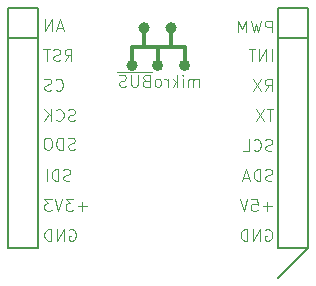
<source format=gbr>
G04 #@! TF.GenerationSoftware,KiCad,Pcbnew,(5.1.9-0-10_14)*
G04 #@! TF.CreationDate,2021-03-02T20:08:02+08:00*
G04 #@! TF.ProjectId,mikroBUS-L,6d696b72-6f42-4555-932d-4c2e6b696361,rev?*
G04 #@! TF.SameCoordinates,Original*
G04 #@! TF.FileFunction,Legend,Bot*
G04 #@! TF.FilePolarity,Positive*
%FSLAX46Y46*%
G04 Gerber Fmt 4.6, Leading zero omitted, Abs format (unit mm)*
G04 Created by KiCad (PCBNEW (5.1.9-0-10_14)) date 2021-03-02 20:08:02*
%MOMM*%
%LPD*%
G01*
G04 APERTURE LIST*
%ADD10C,0.508000*%
%ADD11C,0.304800*%
%ADD12C,0.127000*%
%ADD13C,0.050000*%
G04 APERTURE END LIST*
D10*
X158788100Y-97453200D02*
G75*
G03*
X158788100Y-97453200I-228600J0D01*
G01*
X159931100Y-100628200D02*
G75*
G03*
X159931100Y-100628200I-228600J0D01*
G01*
X157645100Y-100628200D02*
G75*
G03*
X157645100Y-100628200I-228600J0D01*
G01*
X155486100Y-100628200D02*
G75*
G03*
X155486100Y-100628200I-228600J0D01*
G01*
X156502100Y-97453200D02*
G75*
G03*
X156502100Y-97453200I-228600J0D01*
G01*
D11*
X158559500Y-99104200D02*
X158559500Y-97453200D01*
X156273500Y-99104200D02*
X156273500Y-97453200D01*
X159702500Y-99104200D02*
X159702500Y-100628200D01*
X157416500Y-99104200D02*
X157416500Y-100628200D01*
X155257500Y-99104200D02*
X155257500Y-100628200D01*
X158559500Y-99104200D02*
X159702500Y-99104200D01*
X157416500Y-99104200D02*
X158559500Y-99104200D01*
X156273500Y-99104200D02*
X157416500Y-99104200D01*
X155257500Y-99104200D02*
X156273500Y-99104200D01*
D12*
X170180000Y-116078000D02*
X167640000Y-118668000D01*
X144780000Y-98298000D02*
X147320000Y-98298000D01*
X167640000Y-95758000D02*
X170180000Y-95758000D01*
X167640000Y-116078000D02*
X170180000Y-116078000D01*
X167640000Y-98298000D02*
X167640000Y-116078000D01*
X167640000Y-95758000D02*
X167640000Y-98298000D01*
X170180000Y-95758000D02*
X170180000Y-116078000D01*
X167640000Y-98298000D02*
X170180000Y-98298000D01*
X147320000Y-95758000D02*
X144780000Y-95758000D01*
X147320000Y-98298000D02*
X147320000Y-95758000D01*
X147320000Y-116078000D02*
X147320000Y-98298000D01*
X144780000Y-116078000D02*
X147320000Y-116078000D01*
X144780000Y-98298000D02*
X144780000Y-116078000D01*
X144780000Y-95758000D02*
X144780000Y-98298000D01*
D13*
X160884833Y-102436380D02*
X160884833Y-101769714D01*
X160884833Y-101864952D02*
X160837214Y-101817333D01*
X160741976Y-101769714D01*
X160599119Y-101769714D01*
X160503880Y-101817333D01*
X160456261Y-101912571D01*
X160456261Y-102436380D01*
X160456261Y-101912571D02*
X160408642Y-101817333D01*
X160313404Y-101769714D01*
X160170547Y-101769714D01*
X160075309Y-101817333D01*
X160027690Y-101912571D01*
X160027690Y-102436380D01*
X159551500Y-102436380D02*
X159551500Y-101769714D01*
X159551500Y-101436380D02*
X159599119Y-101484000D01*
X159551500Y-101531619D01*
X159503880Y-101484000D01*
X159551500Y-101436380D01*
X159551500Y-101531619D01*
X159075309Y-102436380D02*
X159075309Y-101436380D01*
X158980071Y-102055428D02*
X158694357Y-102436380D01*
X158694357Y-101769714D02*
X159075309Y-102150666D01*
X158265785Y-102436380D02*
X158265785Y-101769714D01*
X158265785Y-101960190D02*
X158218166Y-101864952D01*
X158170547Y-101817333D01*
X158075309Y-101769714D01*
X157980071Y-101769714D01*
X157503880Y-102436380D02*
X157599119Y-102388761D01*
X157646738Y-102341142D01*
X157694357Y-102245904D01*
X157694357Y-101960190D01*
X157646738Y-101864952D01*
X157599119Y-101817333D01*
X157503880Y-101769714D01*
X157361023Y-101769714D01*
X157265785Y-101817333D01*
X157218166Y-101864952D01*
X157170547Y-101960190D01*
X157170547Y-102245904D01*
X157218166Y-102341142D01*
X157265785Y-102388761D01*
X157361023Y-102436380D01*
X157503880Y-102436380D01*
X156980071Y-101199000D02*
X155980071Y-101199000D01*
X156408642Y-101912571D02*
X156265785Y-101960190D01*
X156218166Y-102007809D01*
X156170547Y-102103047D01*
X156170547Y-102245904D01*
X156218166Y-102341142D01*
X156265785Y-102388761D01*
X156361023Y-102436380D01*
X156741976Y-102436380D01*
X156741976Y-101436380D01*
X156408642Y-101436380D01*
X156313404Y-101484000D01*
X156265785Y-101531619D01*
X156218166Y-101626857D01*
X156218166Y-101722095D01*
X156265785Y-101817333D01*
X156313404Y-101864952D01*
X156408642Y-101912571D01*
X156741976Y-101912571D01*
X155980071Y-101199000D02*
X154932452Y-101199000D01*
X155741976Y-101436380D02*
X155741976Y-102245904D01*
X155694357Y-102341142D01*
X155646738Y-102388761D01*
X155551500Y-102436380D01*
X155361023Y-102436380D01*
X155265785Y-102388761D01*
X155218166Y-102341142D01*
X155170547Y-102245904D01*
X155170547Y-101436380D01*
X154932452Y-101199000D02*
X153980071Y-101199000D01*
X154741976Y-102388761D02*
X154599119Y-102436380D01*
X154361023Y-102436380D01*
X154265785Y-102388761D01*
X154218166Y-102341142D01*
X154170547Y-102245904D01*
X154170547Y-102150666D01*
X154218166Y-102055428D01*
X154265785Y-102007809D01*
X154361023Y-101960190D01*
X154551500Y-101912571D01*
X154646738Y-101864952D01*
X154694357Y-101817333D01*
X154741976Y-101722095D01*
X154741976Y-101626857D01*
X154694357Y-101531619D01*
X154646738Y-101484000D01*
X154551500Y-101436380D01*
X154313404Y-101436380D01*
X154170547Y-101484000D01*
X149360095Y-97429666D02*
X148883905Y-97429666D01*
X149455333Y-97715380D02*
X149122000Y-96715380D01*
X148788667Y-97715380D01*
X148455333Y-97715380D02*
X148455333Y-96715380D01*
X147883905Y-97715380D01*
X147883905Y-96715380D01*
X149550572Y-100255380D02*
X149883905Y-99779190D01*
X150122000Y-100255380D02*
X150122000Y-99255380D01*
X149741048Y-99255380D01*
X149645810Y-99303000D01*
X149598191Y-99350619D01*
X149550572Y-99445857D01*
X149550572Y-99588714D01*
X149598191Y-99683952D01*
X149645810Y-99731571D01*
X149741048Y-99779190D01*
X150122000Y-99779190D01*
X149169619Y-100207761D02*
X149026762Y-100255380D01*
X148788667Y-100255380D01*
X148693429Y-100207761D01*
X148645810Y-100160142D01*
X148598191Y-100064904D01*
X148598191Y-99969666D01*
X148645810Y-99874428D01*
X148693429Y-99826809D01*
X148788667Y-99779190D01*
X148979143Y-99731571D01*
X149074381Y-99683952D01*
X149122000Y-99636333D01*
X149169619Y-99541095D01*
X149169619Y-99445857D01*
X149122000Y-99350619D01*
X149074381Y-99303000D01*
X148979143Y-99255380D01*
X148741048Y-99255380D01*
X148598191Y-99303000D01*
X148312476Y-99255380D02*
X147741048Y-99255380D01*
X148026762Y-100255380D02*
X148026762Y-99255380D01*
X148788666Y-102674742D02*
X148836285Y-102722361D01*
X148979142Y-102769980D01*
X149074380Y-102769980D01*
X149217238Y-102722361D01*
X149312476Y-102627123D01*
X149360095Y-102531885D01*
X149407714Y-102341409D01*
X149407714Y-102198552D01*
X149360095Y-102008076D01*
X149312476Y-101912838D01*
X149217238Y-101817600D01*
X149074380Y-101769980D01*
X148979142Y-101769980D01*
X148836285Y-101817600D01*
X148788666Y-101865219D01*
X148407714Y-102722361D02*
X148264857Y-102769980D01*
X148026761Y-102769980D01*
X147931523Y-102722361D01*
X147883904Y-102674742D01*
X147836285Y-102579504D01*
X147836285Y-102484266D01*
X147883904Y-102389028D01*
X147931523Y-102341409D01*
X148026761Y-102293790D01*
X148217238Y-102246171D01*
X148312476Y-102198552D01*
X148360095Y-102150933D01*
X148407714Y-102055695D01*
X148407714Y-101960457D01*
X148360095Y-101865219D01*
X148312476Y-101817600D01*
X148217238Y-101769980D01*
X147979142Y-101769980D01*
X147836285Y-101817600D01*
X150407714Y-105287761D02*
X150264857Y-105335380D01*
X150026761Y-105335380D01*
X149931523Y-105287761D01*
X149883904Y-105240142D01*
X149836285Y-105144904D01*
X149836285Y-105049666D01*
X149883904Y-104954428D01*
X149931523Y-104906809D01*
X150026761Y-104859190D01*
X150217238Y-104811571D01*
X150312476Y-104763952D01*
X150360095Y-104716333D01*
X150407714Y-104621095D01*
X150407714Y-104525857D01*
X150360095Y-104430619D01*
X150312476Y-104383000D01*
X150217238Y-104335380D01*
X149979142Y-104335380D01*
X149836285Y-104383000D01*
X148836285Y-105240142D02*
X148883904Y-105287761D01*
X149026761Y-105335380D01*
X149122000Y-105335380D01*
X149264857Y-105287761D01*
X149360095Y-105192523D01*
X149407714Y-105097285D01*
X149455333Y-104906809D01*
X149455333Y-104763952D01*
X149407714Y-104573476D01*
X149360095Y-104478238D01*
X149264857Y-104383000D01*
X149122000Y-104335380D01*
X149026761Y-104335380D01*
X148883904Y-104383000D01*
X148836285Y-104430619D01*
X148407714Y-105335380D02*
X148407714Y-104335380D01*
X147836285Y-105335380D02*
X148264857Y-104763952D01*
X147836285Y-104335380D02*
X148407714Y-104906809D01*
X150409523Y-107712761D02*
X150266666Y-107760380D01*
X150028571Y-107760380D01*
X149933333Y-107712761D01*
X149885714Y-107665142D01*
X149838095Y-107569904D01*
X149838095Y-107474666D01*
X149885714Y-107379428D01*
X149933333Y-107331809D01*
X150028571Y-107284190D01*
X150219047Y-107236571D01*
X150314285Y-107188952D01*
X150361904Y-107141333D01*
X150409523Y-107046095D01*
X150409523Y-106950857D01*
X150361904Y-106855619D01*
X150314285Y-106808000D01*
X150219047Y-106760380D01*
X149980952Y-106760380D01*
X149838095Y-106808000D01*
X149409523Y-107760380D02*
X149409523Y-106760380D01*
X149171428Y-106760380D01*
X149028571Y-106808000D01*
X148933333Y-106903238D01*
X148885714Y-106998476D01*
X148838095Y-107188952D01*
X148838095Y-107331809D01*
X148885714Y-107522285D01*
X148933333Y-107617523D01*
X149028571Y-107712761D01*
X149171428Y-107760380D01*
X149409523Y-107760380D01*
X148219047Y-106760380D02*
X148028571Y-106760380D01*
X147933333Y-106808000D01*
X147838095Y-106903238D01*
X147790476Y-107093714D01*
X147790476Y-107427047D01*
X147838095Y-107617523D01*
X147933333Y-107712761D01*
X148028571Y-107760380D01*
X148219047Y-107760380D01*
X148314285Y-107712761D01*
X148409523Y-107617523D01*
X148457142Y-107427047D01*
X148457142Y-107093714D01*
X148409523Y-106903238D01*
X148314285Y-106808000D01*
X148219047Y-106760380D01*
X150023809Y-110367761D02*
X149880952Y-110415380D01*
X149642857Y-110415380D01*
X149547619Y-110367761D01*
X149500000Y-110320142D01*
X149452380Y-110224904D01*
X149452380Y-110129666D01*
X149500000Y-110034428D01*
X149547619Y-109986809D01*
X149642857Y-109939190D01*
X149833333Y-109891571D01*
X149928571Y-109843952D01*
X149976190Y-109796333D01*
X150023809Y-109701095D01*
X150023809Y-109605857D01*
X149976190Y-109510619D01*
X149928571Y-109463000D01*
X149833333Y-109415380D01*
X149595238Y-109415380D01*
X149452380Y-109463000D01*
X149023809Y-110415380D02*
X149023809Y-109415380D01*
X148785714Y-109415380D01*
X148642857Y-109463000D01*
X148547619Y-109558238D01*
X148500000Y-109653476D01*
X148452380Y-109843952D01*
X148452380Y-109986809D01*
X148500000Y-110177285D01*
X148547619Y-110272523D01*
X148642857Y-110367761D01*
X148785714Y-110415380D01*
X149023809Y-110415380D01*
X148023809Y-110415380D02*
X148023809Y-109415380D01*
X151407714Y-112549028D02*
X150645810Y-112549028D01*
X151026762Y-112929980D02*
X151026762Y-112168076D01*
X150264857Y-111929980D02*
X149645810Y-111929980D01*
X149979143Y-112310933D01*
X149836286Y-112310933D01*
X149741048Y-112358552D01*
X149693429Y-112406171D01*
X149645810Y-112501409D01*
X149645810Y-112739504D01*
X149693429Y-112834742D01*
X149741048Y-112882361D01*
X149836286Y-112929980D01*
X150122000Y-112929980D01*
X150217238Y-112882361D01*
X150264857Y-112834742D01*
X149360095Y-111929980D02*
X149026762Y-112929980D01*
X148693429Y-111929980D01*
X148455333Y-111929980D02*
X147836286Y-111929980D01*
X148169619Y-112310933D01*
X148026762Y-112310933D01*
X147931524Y-112358552D01*
X147883905Y-112406171D01*
X147836286Y-112501409D01*
X147836286Y-112739504D01*
X147883905Y-112834742D01*
X147931524Y-112882361D01*
X148026762Y-112929980D01*
X148312476Y-112929980D01*
X148407714Y-112882361D01*
X148455333Y-112834742D01*
X149931523Y-114543000D02*
X150026761Y-114495380D01*
X150169619Y-114495380D01*
X150312476Y-114543000D01*
X150407714Y-114638238D01*
X150455333Y-114733476D01*
X150502952Y-114923952D01*
X150502952Y-115066809D01*
X150455333Y-115257285D01*
X150407714Y-115352523D01*
X150312476Y-115447761D01*
X150169619Y-115495380D01*
X150074380Y-115495380D01*
X149931523Y-115447761D01*
X149883904Y-115400142D01*
X149883904Y-115066809D01*
X150074380Y-115066809D01*
X149455333Y-115495380D02*
X149455333Y-114495380D01*
X148883904Y-115495380D01*
X148883904Y-114495380D01*
X148407714Y-115495380D02*
X148407714Y-114495380D01*
X148169619Y-114495380D01*
X148026761Y-114543000D01*
X147931523Y-114638238D01*
X147883904Y-114733476D01*
X147836285Y-114923952D01*
X147836285Y-115066809D01*
X147883904Y-115257285D01*
X147931523Y-115352523D01*
X148026761Y-115447761D01*
X148169619Y-115495380D01*
X148407714Y-115495380D01*
X166555751Y-114543000D02*
X166650989Y-114495380D01*
X166793847Y-114495380D01*
X166936704Y-114543000D01*
X167031942Y-114638238D01*
X167079561Y-114733476D01*
X167127180Y-114923952D01*
X167127180Y-115066809D01*
X167079561Y-115257285D01*
X167031942Y-115352523D01*
X166936704Y-115447761D01*
X166793847Y-115495380D01*
X166698608Y-115495380D01*
X166555751Y-115447761D01*
X166508132Y-115400142D01*
X166508132Y-115066809D01*
X166698608Y-115066809D01*
X166079561Y-115495380D02*
X166079561Y-114495380D01*
X165508132Y-115495380D01*
X165508132Y-114495380D01*
X165031942Y-115495380D02*
X165031942Y-114495380D01*
X164793847Y-114495380D01*
X164650989Y-114543000D01*
X164555751Y-114638238D01*
X164508132Y-114733476D01*
X164460513Y-114923952D01*
X164460513Y-115066809D01*
X164508132Y-115257285D01*
X164555751Y-115352523D01*
X164650989Y-115447761D01*
X164793847Y-115495380D01*
X165031942Y-115495380D01*
X167079561Y-112574428D02*
X166317656Y-112574428D01*
X166698608Y-112955380D02*
X166698608Y-112193476D01*
X165365275Y-111955380D02*
X165841466Y-111955380D01*
X165889085Y-112431571D01*
X165841466Y-112383952D01*
X165746227Y-112336333D01*
X165508132Y-112336333D01*
X165412894Y-112383952D01*
X165365275Y-112431571D01*
X165317656Y-112526809D01*
X165317656Y-112764904D01*
X165365275Y-112860142D01*
X165412894Y-112907761D01*
X165508132Y-112955380D01*
X165746227Y-112955380D01*
X165841466Y-112907761D01*
X165889085Y-112860142D01*
X165031942Y-111955380D02*
X164698608Y-112955380D01*
X164365275Y-111955380D01*
X167127180Y-110367761D02*
X166984323Y-110415380D01*
X166746228Y-110415380D01*
X166650990Y-110367761D01*
X166603371Y-110320142D01*
X166555752Y-110224904D01*
X166555752Y-110129666D01*
X166603371Y-110034428D01*
X166650990Y-109986809D01*
X166746228Y-109939190D01*
X166936704Y-109891571D01*
X167031942Y-109843952D01*
X167079561Y-109796333D01*
X167127180Y-109701095D01*
X167127180Y-109605857D01*
X167079561Y-109510619D01*
X167031942Y-109463000D01*
X166936704Y-109415380D01*
X166698609Y-109415380D01*
X166555752Y-109463000D01*
X166127180Y-110415380D02*
X166127180Y-109415380D01*
X165889085Y-109415380D01*
X165746228Y-109463000D01*
X165650990Y-109558238D01*
X165603371Y-109653476D01*
X165555752Y-109843952D01*
X165555752Y-109986809D01*
X165603371Y-110177285D01*
X165650990Y-110272523D01*
X165746228Y-110367761D01*
X165889085Y-110415380D01*
X166127180Y-110415380D01*
X165174799Y-110129666D02*
X164698609Y-110129666D01*
X165270037Y-110415380D02*
X164936704Y-109415380D01*
X164603371Y-110415380D01*
X167127180Y-107827761D02*
X166984323Y-107875380D01*
X166746227Y-107875380D01*
X166650989Y-107827761D01*
X166603370Y-107780142D01*
X166555751Y-107684904D01*
X166555751Y-107589666D01*
X166603370Y-107494428D01*
X166650989Y-107446809D01*
X166746227Y-107399190D01*
X166936704Y-107351571D01*
X167031942Y-107303952D01*
X167079561Y-107256333D01*
X167127180Y-107161095D01*
X167127180Y-107065857D01*
X167079561Y-106970619D01*
X167031942Y-106923000D01*
X166936704Y-106875380D01*
X166698608Y-106875380D01*
X166555751Y-106923000D01*
X165555751Y-107780142D02*
X165603370Y-107827761D01*
X165746227Y-107875380D01*
X165841465Y-107875380D01*
X165984323Y-107827761D01*
X166079561Y-107732523D01*
X166127180Y-107637285D01*
X166174799Y-107446809D01*
X166174799Y-107303952D01*
X166127180Y-107113476D01*
X166079561Y-107018238D01*
X165984323Y-106923000D01*
X165841465Y-106875380D01*
X165746227Y-106875380D01*
X165603370Y-106923000D01*
X165555751Y-106970619D01*
X164650989Y-107875380D02*
X165127180Y-107875380D01*
X165127180Y-106875380D01*
X167222418Y-104335380D02*
X166650990Y-104335380D01*
X166936704Y-105335380D02*
X166936704Y-104335380D01*
X166412894Y-104335380D02*
X165746228Y-105335380D01*
X165746228Y-104335380D02*
X166412894Y-105335380D01*
X166508132Y-102795380D02*
X166841466Y-102319190D01*
X167079561Y-102795380D02*
X167079561Y-101795380D01*
X166698608Y-101795380D01*
X166603370Y-101843000D01*
X166555751Y-101890619D01*
X166508132Y-101985857D01*
X166508132Y-102128714D01*
X166555751Y-102223952D01*
X166603370Y-102271571D01*
X166698608Y-102319190D01*
X167079561Y-102319190D01*
X166174799Y-101795380D02*
X165508132Y-102795380D01*
X165508132Y-101795380D02*
X166174799Y-102795380D01*
X167079561Y-100255380D02*
X167079561Y-99255380D01*
X166603371Y-100255380D02*
X166603371Y-99255380D01*
X166031942Y-100255380D01*
X166031942Y-99255380D01*
X165698609Y-99255380D02*
X165127180Y-99255380D01*
X165412895Y-100255380D02*
X165412895Y-99255380D01*
X167079561Y-97842380D02*
X167079561Y-96842380D01*
X166698609Y-96842380D01*
X166603371Y-96890000D01*
X166555752Y-96937619D01*
X166508133Y-97032857D01*
X166508133Y-97175714D01*
X166555752Y-97270952D01*
X166603371Y-97318571D01*
X166698609Y-97366190D01*
X167079561Y-97366190D01*
X166174800Y-96842380D02*
X165936704Y-97842380D01*
X165746228Y-97128095D01*
X165555752Y-97842380D01*
X165317657Y-96842380D01*
X164936704Y-97842380D02*
X164936704Y-96842380D01*
X164603371Y-97556666D01*
X164270038Y-96842380D01*
X164270038Y-97842380D01*
M02*

</source>
